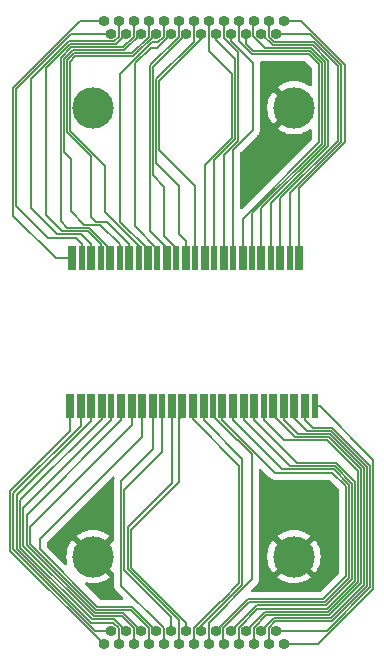
<source format=gbr>
%TF.GenerationSoftware,KiCad,Pcbnew,7.0.2*%
%TF.CreationDate,2023-09-29T19:09:54-06:00*%
%TF.ProjectId,micro-d-tes-aaray,6d696372-6f2d-4642-9d74-65732d616172,rev?*%
%TF.SameCoordinates,Original*%
%TF.FileFunction,Copper,L1,Top*%
%TF.FilePolarity,Positive*%
%FSLAX46Y46*%
G04 Gerber Fmt 4.6, Leading zero omitted, Abs format (unit mm)*
G04 Created by KiCad (PCBNEW 7.0.2) date 2023-09-29 19:09:54*
%MOMM*%
%LPD*%
G01*
G04 APERTURE LIST*
%TA.AperFunction,SMDPad,CuDef*%
%ADD10R,0.700000X2.000000*%
%TD*%
%TA.AperFunction,SMDPad,CuDef*%
%ADD11R,0.500000X2.000000*%
%TD*%
%TA.AperFunction,ComponentPad*%
%ADD12C,3.500000*%
%TD*%
%TA.AperFunction,ComponentPad*%
%ADD13O,0.920000X0.920000*%
%TD*%
%TA.AperFunction,Conductor*%
%ADD14C,0.200000*%
%TD*%
G04 APERTURE END LIST*
D10*
%TO.P,D25,1,Pin_1*%
%TO.N,Net-(D25-Pin_1)*%
X27200000Y-38000000D03*
%TD*%
%TO.P,D24,1,Pin_1*%
%TO.N,Net-(D24-Pin_1)*%
X25400000Y-38000000D03*
%TD*%
%TO.P,D22,1,Pin_1*%
%TO.N,Net-(D22-Pin_1)*%
X22000000Y-38000000D03*
%TD*%
%TO.P,D21,1,Pin_1*%
%TO.N,Net-(D21-Pin_1)*%
X20200000Y-38000000D03*
%TD*%
%TO.P,D20,1,Pin_1*%
%TO.N,Net-(D20-Pin_1)*%
X18600000Y-38000000D03*
%TD*%
%TO.P,D19,1,Pin_1*%
%TO.N,Net-(D19-Pin_1)*%
X16800000Y-38000000D03*
%TD*%
%TO.P,D17,1,Pin_1*%
%TO.N,Net-(D17-Pin_1)*%
X13400000Y-38000000D03*
%TD*%
%TO.P,D16,1,Pin_1*%
%TO.N,Net-(D16-Pin_1)*%
X11600000Y-38000000D03*
%TD*%
%TO.P,D15,1,Pin_1*%
%TO.N,Net-(D15-Pin_1)*%
X10000000Y-38000000D03*
%TD*%
%TO.P,D14,1,Pin_1*%
%TO.N,Net-(D14-Pin_1)*%
X8200000Y-38000000D03*
%TD*%
D11*
%TO.P,D13,1,Pin_1*%
%TO.N,Net-(D13-Pin_1)*%
X28000000Y-38000000D03*
%TD*%
%TO.P,D8,1,Pin_1*%
%TO.N,Net-(D8-Pin_1)*%
X19400000Y-38000000D03*
%TD*%
%TO.P,D3,1,Pin_1*%
%TO.N,Net-(D3-Pin_1)*%
X10800000Y-38000000D03*
%TD*%
%TO.P,J25,1,Pin_1*%
%TO.N,Net-(J25-Pin_1)*%
X8300000Y-25500000D03*
%TD*%
%TO.P,J24,1,Pin_1*%
%TO.N,Net-(J24-Pin_1)*%
X9900000Y-25500000D03*
%TD*%
%TO.P,J23,1,Pin_1*%
%TO.N,Net-(J23-Pin_1)*%
X11500000Y-25500000D03*
%TD*%
%TO.P,J22,1,Pin_1*%
%TO.N,Net-(J22-Pin_1)*%
X13100000Y-25500000D03*
%TD*%
%TO.P,J21,1,Pin_1*%
%TO.N,Net-(J21-Pin_1)*%
X14700000Y-25500000D03*
%TD*%
%TO.P,J20,1,Pin_1*%
%TO.N,Net-(J20-Pin_1)*%
X16300000Y-25500000D03*
%TD*%
%TO.P,J19,1,Pin_1*%
%TO.N,Net-(J19-Pin_1)*%
X17900000Y-25500000D03*
%TD*%
%TO.P,J18,1,Pin_1*%
%TO.N,Net-(J18-Pin_1)*%
X19500000Y-25500000D03*
%TD*%
%TO.P,J17,1,Pin_1*%
%TO.N,Net-(J17-Pin_1)*%
X21100000Y-25500000D03*
%TD*%
%TO.P,J16,1,Pin_1*%
%TO.N,Net-(J16-Pin_1)*%
X22700000Y-25500000D03*
%TD*%
%TO.P,J15,1,Pin_1*%
%TO.N,Net-(J15-Pin_1)*%
X24300000Y-25500000D03*
%TD*%
%TO.P,J14,1,Pin_1*%
%TO.N,Net-(J14-Pin_1)*%
X25900000Y-25500000D03*
%TD*%
D10*
%TO.P,J13,1,Pin_1*%
%TO.N,Net-(J13-Pin_1)*%
X7500000Y-25500000D03*
%TD*%
%TO.P,J12,1,Pin_1*%
%TO.N,Net-(J12-Pin_1)*%
X9100000Y-25500000D03*
%TD*%
%TO.P,J11,1,Pin_1*%
%TO.N,Net-(J11-Pin_1)*%
X10700000Y-25500000D03*
%TD*%
%TO.P,J10,1,Pin_1*%
%TO.N,Net-(J10-Pin_1)*%
X12300000Y-25500000D03*
%TD*%
%TO.P,J9,1,Pin_1*%
%TO.N,Net-(J9-Pin_1)*%
X13900000Y-25500000D03*
%TD*%
%TO.P,J8,1,Pin_1*%
%TO.N,Net-(J8-Pin_1)*%
X15500000Y-25500000D03*
%TD*%
%TO.P,J7,1,Pin_1*%
%TO.N,Net-(J7-Pin_1)*%
X17100000Y-25500000D03*
%TD*%
%TO.P,J6,1,Pin_1*%
%TO.N,Net-(J6-Pin_1)*%
X18700000Y-25500000D03*
%TD*%
%TO.P,J5,1,Pin_1*%
%TO.N,Net-(J5-Pin_1)*%
X20300000Y-25500000D03*
%TD*%
%TO.P,J4,1,Pin_1*%
%TO.N,Net-(J4-Pin_1)*%
X21900000Y-25500000D03*
%TD*%
%TO.P,J3,1,Pin_1*%
%TO.N,Net-(J3-Pin_1)*%
X23500000Y-25500000D03*
%TD*%
%TO.P,J2,1,Pin_1*%
%TO.N,Net-(J2-Pin_1)*%
X25100000Y-25500000D03*
%TD*%
%TO.P,J1,1,Pin_1*%
%TO.N,Net-(J1-Pin_1)*%
X26700000Y-25500000D03*
%TD*%
D11*
%TO.P,D23,1,Pin_1*%
%TO.N,Net-(D23-Pin_1)*%
X23700000Y-38000000D03*
%TD*%
%TO.P,D18,1,Pin_1*%
%TO.N,Net-(D18-Pin_1)*%
X15100000Y-38000000D03*
%TD*%
D10*
%TO.P,D12,1,Pin_1*%
%TO.N,Net-(D12-Pin_1)*%
X26300000Y-38000000D03*
%TD*%
%TO.P,D11,1,Pin_1*%
%TO.N,Net-(D11-Pin_1)*%
X24500000Y-38000000D03*
%TD*%
%TO.P,D10,1,Pin_1*%
%TO.N,Net-(D10-Pin_1)*%
X22900000Y-38000000D03*
%TD*%
%TO.P,D9,1,Pin_1*%
%TO.N,Net-(D9-Pin_1)*%
X21100000Y-38000000D03*
%TD*%
%TO.P,D7,1,Pin_1*%
%TO.N,Net-(D7-Pin_1)*%
X17700000Y-38000000D03*
%TD*%
%TO.P,D6,1,Pin_1*%
%TO.N,Net-(D6-Pin_1)*%
X15900000Y-38000000D03*
%TD*%
%TO.P,D5,1,Pin_1*%
%TO.N,Net-(D5-Pin_1)*%
X14300000Y-38000000D03*
%TD*%
%TO.P,D4,1,Pin_1*%
%TO.N,Net-(D4-Pin_1)*%
X12500000Y-38000000D03*
%TD*%
%TO.P,D2,1,Pin_1*%
%TO.N,Net-(D2-Pin_1)*%
X9100000Y-38000000D03*
%TD*%
%TO.P,D1,1,Pin_1*%
%TO.N,Net-(D1-Pin_1)*%
X7300000Y-38000000D03*
%TD*%
D12*
%TO.P,H1,1,1*%
%TO.N,GND*%
X9250000Y-50750000D03*
%TD*%
%TO.P,H4,1,1*%
%TO.N,GND*%
X9250000Y-12750000D03*
%TD*%
%TO.P,H3,1,1*%
%TO.N,GND*%
X26250000Y-50750000D03*
%TD*%
%TO.P,H2,1,1*%
%TO.N,GND*%
X26250000Y-12750000D03*
%TD*%
D13*
%TO.P,J99,1,1*%
%TO.N,Net-(J1-Pin_1)*%
X25370000Y-5374500D03*
%TO.P,J99,2,2*%
%TO.N,Net-(J2-Pin_1)*%
X24100000Y-5374500D03*
%TO.P,J99,3,3*%
%TO.N,Net-(J3-Pin_1)*%
X22830000Y-5374500D03*
%TO.P,J99,4,4*%
%TO.N,Net-(J4-Pin_1)*%
X21560000Y-5374500D03*
%TO.P,J99,5,5*%
%TO.N,Net-(J5-Pin_1)*%
X20290000Y-5374500D03*
%TO.P,J99,6,6*%
%TO.N,Net-(J6-Pin_1)*%
X19020000Y-5374500D03*
%TO.P,J99,7,7*%
%TO.N,Net-(J7-Pin_1)*%
X17750000Y-5374500D03*
%TO.P,J99,8,8*%
%TO.N,Net-(J8-Pin_1)*%
X16480000Y-5374500D03*
%TO.P,J99,9,9*%
%TO.N,Net-(J9-Pin_1)*%
X15210000Y-5374500D03*
%TO.P,J99,10,10*%
%TO.N,Net-(J10-Pin_1)*%
X13940000Y-5374500D03*
%TO.P,J99,11,11*%
%TO.N,Net-(J11-Pin_1)*%
X12670000Y-5374500D03*
%TO.P,J99,12,12*%
%TO.N,Net-(J12-Pin_1)*%
X11400000Y-5374500D03*
%TO.P,J99,13,13*%
%TO.N,Net-(J13-Pin_1)*%
X10130000Y-5374500D03*
%TO.P,J99,14,P14*%
%TO.N,Net-(J14-Pin_1)*%
X24735000Y-6474500D03*
%TO.P,J99,15,P15*%
%TO.N,Net-(J15-Pin_1)*%
X23465000Y-6474500D03*
%TO.P,J99,16,P16*%
%TO.N,Net-(J16-Pin_1)*%
X22195000Y-6474500D03*
%TO.P,J99,17,P17*%
%TO.N,Net-(J17-Pin_1)*%
X20925000Y-6474500D03*
%TO.P,J99,18,P18*%
%TO.N,Net-(J18-Pin_1)*%
X19655000Y-6474500D03*
%TO.P,J99,19,P19*%
%TO.N,Net-(J19-Pin_1)*%
X18385000Y-6474500D03*
%TO.P,J99,20,P20*%
%TO.N,Net-(J20-Pin_1)*%
X17115000Y-6474500D03*
%TO.P,J99,21,P21*%
%TO.N,Net-(J21-Pin_1)*%
X15845000Y-6474500D03*
%TO.P,J99,22,P22*%
%TO.N,Net-(J22-Pin_1)*%
X14575000Y-6474500D03*
%TO.P,J99,23,P23*%
%TO.N,Net-(J23-Pin_1)*%
X13305000Y-6474500D03*
%TO.P,J99,24,P24*%
%TO.N,Net-(J24-Pin_1)*%
X12035000Y-6474500D03*
%TO.P,J99,25,P25*%
%TO.N,Net-(J25-Pin_1)*%
X10765000Y-6474500D03*
%TD*%
%TO.P,J26,1,1*%
%TO.N,Net-(D1-Pin_1)*%
X10130000Y-58124500D03*
%TO.P,J26,2,2*%
%TO.N,Net-(D2-Pin_1)*%
X11400000Y-58124500D03*
%TO.P,J26,3,3*%
%TO.N,Net-(D3-Pin_1)*%
X12670000Y-58124500D03*
%TO.P,J26,4,4*%
%TO.N,Net-(D4-Pin_1)*%
X13940000Y-58124500D03*
%TO.P,J26,5,5*%
%TO.N,Net-(D5-Pin_1)*%
X15210000Y-58124500D03*
%TO.P,J26,6,6*%
%TO.N,Net-(D6-Pin_1)*%
X16480000Y-58124500D03*
%TO.P,J26,7,7*%
%TO.N,Net-(D7-Pin_1)*%
X17750000Y-58124500D03*
%TO.P,J26,8,8*%
%TO.N,Net-(D8-Pin_1)*%
X19020000Y-58124500D03*
%TO.P,J26,9,9*%
%TO.N,Net-(D9-Pin_1)*%
X20290000Y-58124500D03*
%TO.P,J26,10,10*%
%TO.N,Net-(D10-Pin_1)*%
X21560000Y-58124500D03*
%TO.P,J26,11,11*%
%TO.N,Net-(D11-Pin_1)*%
X22830000Y-58124500D03*
%TO.P,J26,12,12*%
%TO.N,Net-(D12-Pin_1)*%
X24100000Y-58124500D03*
%TO.P,J26,13,13*%
%TO.N,Net-(D13-Pin_1)*%
X25370000Y-58124500D03*
%TO.P,J26,14,P14*%
%TO.N,Net-(D14-Pin_1)*%
X10765000Y-57024500D03*
%TO.P,J26,15,P15*%
%TO.N,Net-(D15-Pin_1)*%
X12035000Y-57024500D03*
%TO.P,J26,16,P16*%
%TO.N,Net-(D16-Pin_1)*%
X13305000Y-57024500D03*
%TO.P,J26,17,P17*%
%TO.N,Net-(D17-Pin_1)*%
X14575000Y-57024500D03*
%TO.P,J26,18,P18*%
%TO.N,Net-(D18-Pin_1)*%
X15845000Y-57024500D03*
%TO.P,J26,19,P19*%
%TO.N,Net-(D19-Pin_1)*%
X17115000Y-57024500D03*
%TO.P,J26,20,P20*%
%TO.N,Net-(D20-Pin_1)*%
X18385000Y-57024500D03*
%TO.P,J26,21,P21*%
%TO.N,Net-(D21-Pin_1)*%
X19655000Y-57024500D03*
%TO.P,J26,22,P22*%
%TO.N,Net-(D22-Pin_1)*%
X20925000Y-57024500D03*
%TO.P,J26,23,P23*%
%TO.N,Net-(D23-Pin_1)*%
X22195000Y-57024500D03*
%TO.P,J26,24,P24*%
%TO.N,Net-(D24-Pin_1)*%
X23465000Y-57024500D03*
%TO.P,J26,25,P25*%
%TO.N,Net-(D25-Pin_1)*%
X24735000Y-57024500D03*
%TD*%
D14*
%TO.N,Net-(D1-Pin_1)*%
X7300000Y-40150000D02*
X2240000Y-45210000D01*
X2240000Y-45210000D02*
X2240000Y-50234500D01*
X7300000Y-38000000D02*
X7300000Y-40150000D01*
X2240000Y-50234500D02*
X10130000Y-58124500D01*
%TO.N,Net-(D14-Pin_1)*%
X8200000Y-39650000D02*
X2500000Y-45350000D01*
X8200000Y-38000000D02*
X8200000Y-39650000D01*
X2500000Y-50126804D02*
X2500000Y-45350000D01*
%TO.N,Net-(D2-Pin_1)*%
X9100000Y-39300000D02*
X2830000Y-45570000D01*
X9100000Y-38000000D02*
X9100000Y-39300000D01*
X2830000Y-50089108D02*
X2830000Y-45570000D01*
%TO.N,Net-(D15-Pin_1)*%
X3090000Y-45970000D02*
X10000000Y-39060000D01*
X10000000Y-39060000D02*
X10000000Y-38000000D01*
%TO.N,Net-(D3-Pin_1)*%
X10800000Y-39200000D02*
X10800000Y-38000000D01*
X3350000Y-49873716D02*
X3350000Y-46650000D01*
X3350000Y-46650000D02*
X10800000Y-39200000D01*
X9286284Y-55810000D02*
X3350000Y-49873716D01*
X11697313Y-55810000D02*
X9286284Y-55810000D01*
X12670000Y-56782687D02*
X11697313Y-55810000D01*
X12670000Y-58124500D02*
X12670000Y-56782687D01*
%TO.N,Net-(D16-Pin_1)*%
X11810500Y-55530000D02*
X13305000Y-57024500D01*
X9373980Y-55530000D02*
X11810500Y-55530000D01*
X3610000Y-47190000D02*
X3610000Y-49766020D01*
X11600000Y-39200000D02*
X3610000Y-47190000D01*
X3610000Y-49766020D02*
X9373980Y-55530000D01*
X11600000Y-38000000D02*
X11600000Y-39200000D01*
%TO.N,Net-(D4-Pin_1)*%
X12500000Y-38000000D02*
X12500000Y-39647696D01*
X12500000Y-39647696D02*
X5943848Y-46203848D01*
X5943848Y-46203848D02*
X3870000Y-48277696D01*
%TO.N,Net-(D17-Pin_1)*%
X4714686Y-50135314D02*
X4714686Y-49285314D01*
X12560500Y-55010000D02*
X9589372Y-55010000D01*
X9589372Y-55010000D02*
X4714686Y-50135314D01*
X4714686Y-49285314D02*
X13400000Y-40600000D01*
X14575000Y-57024500D02*
X12560500Y-55010000D01*
X13400000Y-40600000D02*
X13400000Y-38000000D01*
%TO.N,Net-(D5-Pin_1)*%
X14300000Y-41670000D02*
X14300000Y-38000000D01*
X11630000Y-44340000D02*
X14300000Y-41670000D01*
%TO.N,Net-(D18-Pin_1)*%
X15100000Y-41930000D02*
X15100000Y-38000000D01*
X11890000Y-45140000D02*
X15100000Y-41930000D01*
%TO.N,Net-(D6-Pin_1)*%
X15900000Y-44510000D02*
X12170000Y-48240000D01*
X15900000Y-38000000D02*
X15900000Y-44510000D01*
X12170000Y-51802304D02*
X12170000Y-48240000D01*
%TO.N,Net-(D19-Pin_1)*%
X16500000Y-39070000D02*
X16500000Y-44420000D01*
X16800000Y-38770000D02*
X16500000Y-39070000D01*
X16800000Y-38000000D02*
X16800000Y-38770000D01*
X12430000Y-48490000D02*
X16500000Y-44420000D01*
%TO.N,Net-(D7-Pin_1)*%
X17700000Y-39140000D02*
X21610000Y-43050000D01*
X17700000Y-38000000D02*
X17700000Y-39140000D01*
X21610000Y-53004608D02*
X21610000Y-48050000D01*
X21610000Y-43050000D02*
X21610000Y-48050000D01*
%TO.N,Net-(D20-Pin_1)*%
X18600000Y-39200000D02*
X18600000Y-38000000D01*
X21870000Y-42470000D02*
X18600000Y-39200000D01*
X21870000Y-46910000D02*
X21870000Y-42470000D01*
%TO.N,Net-(D8-Pin_1)*%
X21393848Y-40863848D02*
X19400000Y-38870000D01*
X22670000Y-42037696D02*
X21496152Y-40863848D01*
X19400000Y-38870000D02*
X19400000Y-38000000D01*
X22670000Y-52680000D02*
X22670000Y-42037696D01*
X19020000Y-56330000D02*
X22670000Y-52680000D01*
X21496152Y-40863848D02*
X21393848Y-40863848D01*
X19020000Y-58124500D02*
X19020000Y-56330000D01*
%TO.N,Net-(D21-Pin_1)*%
X20200000Y-39200000D02*
X20200000Y-38000000D01*
X24632697Y-43632697D02*
X20200000Y-39200000D01*
X30640000Y-52420000D02*
X30640000Y-44776176D01*
X28720000Y-54340000D02*
X30640000Y-52420000D01*
X30640000Y-44776176D02*
X29496521Y-43632697D01*
X22339501Y-54339999D02*
X28720000Y-54340000D01*
X19655000Y-57024500D02*
X22339501Y-54339999D01*
X29496521Y-43632697D02*
X24632697Y-43632697D01*
%TO.N,Net-(D9-Pin_1)*%
X20275000Y-56797687D02*
X20275000Y-58109500D01*
X30900000Y-52576128D02*
X28876128Y-54600000D01*
X22472687Y-54600000D02*
X20275000Y-56797687D01*
X25272697Y-43372697D02*
X29604217Y-43372697D01*
X29604217Y-43372697D02*
X30900000Y-44668480D01*
X21100000Y-39200000D02*
X25272697Y-43372697D01*
X20275000Y-58109500D02*
X20290000Y-58124500D01*
X30900000Y-44668480D02*
X30900000Y-52576128D01*
X28876128Y-54600000D02*
X22472687Y-54600000D01*
X21100000Y-38000000D02*
X21100000Y-39200000D01*
%TO.N,Net-(D22-Pin_1)*%
X25912697Y-43112697D02*
X26750000Y-43112697D01*
X22000000Y-39200000D02*
X25912697Y-43112697D01*
X22000000Y-38000000D02*
X22000000Y-39200000D01*
X26750000Y-43112697D02*
X27350000Y-43112697D01*
%TO.N,Net-(D10-Pin_1)*%
X26552697Y-42852697D02*
X28810000Y-42852697D01*
X22900000Y-38000000D02*
X22900000Y-39200000D01*
X28810000Y-42852697D02*
X28950000Y-42852697D01*
X22900000Y-39200000D02*
X26552697Y-42852697D01*
%TO.N,Net-(D23-Pin_1)*%
X31680000Y-43473088D02*
X31680000Y-44820000D01*
X29086912Y-40880000D02*
X31680000Y-43473088D01*
X25380000Y-40880000D02*
X29086912Y-40880000D01*
X23700000Y-39200000D02*
X25380000Y-40880000D01*
X23700000Y-38000000D02*
X23700000Y-39200000D01*
X31680000Y-44820000D02*
X31680000Y-52899216D01*
%TO.N,Net-(D11-Pin_1)*%
X24500000Y-38770000D02*
X24500000Y-38000000D01*
X31940000Y-53006912D02*
X31940000Y-43365392D01*
X23911536Y-55701151D02*
X29245761Y-55701151D01*
X29194608Y-40620000D02*
X26350000Y-40620000D01*
X26350000Y-40620000D02*
X24500000Y-38770000D01*
X22830000Y-56782687D02*
X23911536Y-55701151D01*
X22830000Y-58124500D02*
X22830000Y-56782687D01*
X29245761Y-55701151D02*
X31940000Y-53006912D01*
X31940000Y-43365392D02*
X29194608Y-40620000D01*
%TO.N,Net-(D24-Pin_1)*%
X24528348Y-55961152D02*
X23465000Y-57024500D01*
X32200000Y-53114608D02*
X29353456Y-55961152D01*
X29302304Y-40360000D02*
X32200000Y-43257696D01*
X26560000Y-40360000D02*
X29302304Y-40360000D01*
X32200000Y-43257696D02*
X32200000Y-53114608D01*
X29353456Y-55961152D02*
X24528348Y-55961152D01*
X25400000Y-39200000D02*
X26560000Y-40360000D01*
X25400000Y-38000000D02*
X25400000Y-39200000D01*
%TO.N,Net-(D12-Pin_1)*%
X26300000Y-39050000D02*
X26300000Y-38000000D01*
X32460000Y-43150000D02*
X29410000Y-40100000D01*
X32460000Y-53222304D02*
X32460000Y-43150000D01*
X24661535Y-56221152D02*
X29461152Y-56221152D01*
X29461152Y-56221152D02*
X32460000Y-53222304D01*
X24100000Y-58124500D02*
X24100000Y-56782687D01*
X24100000Y-56782687D02*
X24661535Y-56221152D01*
X29410000Y-40100000D02*
X27350000Y-40100000D01*
X27350000Y-40100000D02*
X26300000Y-39050000D01*
%TO.N,Net-(D13-Pin_1)*%
X32980000Y-42530000D02*
X32980000Y-53470000D01*
X28450000Y-38000000D02*
X32980000Y-42530000D01*
X28000000Y-38000000D02*
X28450000Y-38000000D01*
%TO.N,Net-(D25-Pin_1)*%
X27840000Y-39840000D02*
X27200000Y-39200000D01*
X29590000Y-39912304D02*
X29590000Y-39840000D01*
X29590000Y-39840000D02*
X27840000Y-39840000D01*
X27200000Y-39200000D02*
X27200000Y-38000000D01*
X32720000Y-43042304D02*
X29590000Y-39912304D01*
X32720000Y-53330000D02*
X32720000Y-43042304D01*
%TO.N,Net-(J1-Pin_1)*%
X26700000Y-19548088D02*
X30575000Y-15673088D01*
X26700000Y-25500000D02*
X26700000Y-19548088D01*
X30575000Y-15673088D02*
X30575000Y-9095000D01*
X26854500Y-5374500D02*
X30575000Y-9095000D01*
%TO.N,Net-(J14-Pin_1)*%
X27586804Y-6474500D02*
X24735000Y-6474500D01*
X30250000Y-9137696D02*
X27586804Y-6474500D01*
X30250000Y-15630392D02*
X30250000Y-9137696D01*
X25900000Y-19980392D02*
X30250000Y-15630392D01*
X25900000Y-25500000D02*
X25900000Y-19980392D01*
%TO.N,Net-(J2-Pin_1)*%
X29990000Y-15522696D02*
X29990000Y-15400000D01*
X25100000Y-20412696D02*
X29990000Y-15522696D01*
X25100000Y-25500000D02*
X25100000Y-20412696D01*
X29990000Y-15400000D02*
X29990000Y-9245392D01*
%TO.N,Net-(J15-Pin_1)*%
X27824608Y-7447696D02*
X24438196Y-7447696D01*
X29135000Y-8758088D02*
X27824608Y-7447696D01*
X24438196Y-7447696D02*
X23465000Y-6474500D01*
X24300000Y-20845000D02*
X29135000Y-16010000D01*
X29135000Y-16010000D02*
X29135000Y-8758088D01*
X24300000Y-25500000D02*
X24300000Y-20845000D01*
%TO.N,Net-(J3-Pin_1)*%
X28875000Y-15885000D02*
X23500000Y-21260000D01*
X23821383Y-7707696D02*
X27716912Y-7707696D01*
X27716912Y-7707696D02*
X28875000Y-8865784D01*
X23500000Y-21260000D02*
X23500000Y-25500000D01*
X22815000Y-6701313D02*
X23821383Y-7707696D01*
X22830000Y-5374500D02*
X22815000Y-5389500D01*
X22815000Y-5389500D02*
X22815000Y-6701313D01*
X28875000Y-8865784D02*
X28875000Y-15885000D01*
%TO.N,Net-(J16-Pin_1)*%
X22781383Y-7967696D02*
X22195000Y-7381313D01*
X27609216Y-7967696D02*
X22781383Y-7967696D01*
X28615000Y-8973480D02*
X27609216Y-7967696D01*
X22700000Y-21692304D02*
X28615000Y-15777304D01*
X28615000Y-15777304D02*
X28615000Y-8973480D01*
X22700000Y-25500000D02*
X22700000Y-21692304D01*
X22195000Y-7381313D02*
X22195000Y-6474500D01*
%TO.N,Net-(J4-Pin_1)*%
X21560000Y-7114009D02*
X21560000Y-5374500D01*
X22673688Y-8227697D02*
X21560000Y-7114009D01*
X28355000Y-9081176D02*
X27501520Y-8227696D01*
X27501520Y-8227696D02*
X22673688Y-8227697D01*
X21900000Y-22124608D02*
X28355000Y-15669608D01*
X21900000Y-25500000D02*
X21900000Y-22124608D01*
X28355000Y-15669608D02*
X28355000Y-9081176D01*
%TO.N,Net-(J17-Pin_1)*%
X22750000Y-14645392D02*
X22750000Y-8950038D01*
X21100000Y-16295392D02*
X22750000Y-14645392D01*
X21100000Y-25500000D02*
X21100000Y-16295392D01*
%TO.N,Net-(J5-Pin_1)*%
X20290000Y-6857734D02*
X20290000Y-5374500D01*
X20290000Y-24290000D02*
X20290000Y-16737696D01*
X20290000Y-16737696D02*
X21500000Y-15527696D01*
X20300000Y-24300000D02*
X20290000Y-24290000D01*
X21500000Y-15527696D02*
X21500000Y-8067734D01*
X21500000Y-8067734D02*
X20290000Y-6857734D01*
X20300000Y-25500000D02*
X20300000Y-24300000D01*
%TO.N,Net-(J18-Pin_1)*%
X21240000Y-8580000D02*
X19655000Y-6995000D01*
X21240000Y-15420000D02*
X21240000Y-8580000D01*
X19655000Y-6995000D02*
X19655000Y-6474500D01*
X19500000Y-25500000D02*
X19500000Y-17160000D01*
X19500000Y-17160000D02*
X21240000Y-15420000D01*
%TO.N,Net-(J6-Pin_1)*%
X20980000Y-9890000D02*
X19020000Y-7930000D01*
X20980000Y-15312304D02*
X20980000Y-9890000D01*
X19020000Y-7930000D02*
X19020000Y-5374500D01*
X18700000Y-17592304D02*
X20980000Y-15312304D01*
X18700000Y-25500000D02*
X18700000Y-17592304D01*
%TO.N,Net-(J19-Pin_1)*%
X14830000Y-10447696D02*
X18385000Y-6892696D01*
X18385000Y-6892696D02*
X18385000Y-6474500D01*
X14830000Y-16320000D02*
X14830000Y-10447696D01*
X17900000Y-19390000D02*
X14830000Y-16320000D01*
X17900000Y-25500000D02*
X17900000Y-19390000D01*
%TO.N,Net-(J7-Pin_1)*%
X16520000Y-23430000D02*
X17100000Y-24010000D01*
X17100000Y-24010000D02*
X17100000Y-25500000D01*
X14570000Y-17390000D02*
X16520000Y-19340000D01*
X17750000Y-7160000D02*
X14570000Y-10340000D01*
X16520000Y-19340000D02*
X16520000Y-23430000D01*
X17750000Y-5374500D02*
X17750000Y-7160000D01*
X14570000Y-10340000D02*
X14570000Y-17390000D01*
%TO.N,Net-(J20-Pin_1)*%
X14310000Y-9279500D02*
X17115000Y-6474500D01*
X15280000Y-19440000D02*
X14310000Y-18470000D01*
X15280000Y-23570000D02*
X15280000Y-19440000D01*
X14310000Y-18470000D02*
X14310000Y-9279500D01*
X16300000Y-25500000D02*
X16300000Y-24590000D01*
X16300000Y-24590000D02*
X15280000Y-23570000D01*
%TO.N,Net-(J8-Pin_1)*%
X16480000Y-6716313D02*
X16480000Y-5374500D01*
X14050000Y-23150000D02*
X14050000Y-9146313D01*
X14050000Y-9146313D02*
X16480000Y-6716313D01*
X15500000Y-24600000D02*
X14050000Y-23150000D01*
X15500000Y-25500000D02*
X15500000Y-24600000D01*
%TO.N,Net-(J21-Pin_1)*%
X14137446Y-7647446D02*
X14672054Y-7647446D01*
X12800000Y-8984892D02*
X14137446Y-7647446D01*
X14672054Y-7647446D02*
X15845000Y-6474500D01*
X12800000Y-22780000D02*
X12800000Y-8984892D01*
X14700000Y-24680000D02*
X12800000Y-22780000D01*
X14700000Y-25500000D02*
X14700000Y-24680000D01*
%TO.N,Net-(J9-Pin_1)*%
X15210000Y-6716313D02*
X15210000Y-5374500D01*
X11550000Y-22380000D02*
X11550000Y-9867196D01*
X11550000Y-9867196D02*
X14233598Y-7183598D01*
X14233598Y-7183598D02*
X14742715Y-7183598D01*
X13900000Y-24730000D02*
X11550000Y-22380000D01*
X14742715Y-7183598D02*
X15210000Y-6716313D01*
X13900000Y-25500000D02*
X13900000Y-24730000D01*
%TO.N,Net-(J22-Pin_1)*%
X10223848Y-21613848D02*
X10223848Y-21020000D01*
X13100000Y-24490000D02*
X10223848Y-21613848D01*
X13100000Y-25500000D02*
X13100000Y-24490000D01*
X10223848Y-17789632D02*
X10223848Y-21020000D01*
%TO.N,Net-(J10-Pin_1)*%
X13940000Y-6716313D02*
X13940000Y-5374500D01*
X12521367Y-8134946D02*
X13940000Y-6716313D01*
X7624946Y-8134946D02*
X12521367Y-8134946D01*
X7020000Y-8739892D02*
X7624946Y-8134946D01*
X9050000Y-16870000D02*
X7020000Y-14840000D01*
X9050000Y-21969999D02*
X9050000Y-16870000D01*
X7020000Y-14840000D02*
X7020000Y-8739892D01*
X10399999Y-22399999D02*
X9480000Y-22399999D01*
X9480000Y-22399999D02*
X9050000Y-21969999D01*
X12300000Y-24300000D02*
X10399999Y-22399999D01*
X12300000Y-25500000D02*
X12300000Y-24300000D01*
%TO.N,Net-(J23-Pin_1)*%
X11904999Y-7874501D02*
X13305000Y-6474500D01*
X7517696Y-7874500D02*
X11904999Y-7874501D01*
X6760000Y-16510000D02*
X6760000Y-8632196D01*
X7340000Y-17090000D02*
X6760000Y-16510000D01*
X8510000Y-22659999D02*
X7340000Y-21489999D01*
X9859999Y-22659999D02*
X8510000Y-22659999D01*
X7340000Y-21489999D02*
X7340000Y-17090000D01*
X6760000Y-8632196D02*
X7517696Y-7874500D01*
X11500000Y-25500000D02*
X11500000Y-24300000D01*
X11500000Y-24300000D02*
X9859999Y-22659999D01*
%TO.N,Net-(J11-Pin_1)*%
X10700000Y-24732304D02*
X10700000Y-25500000D01*
X7080000Y-22920000D02*
X8887696Y-22920000D01*
X8887696Y-22920000D02*
X10700000Y-24732304D01*
X7410000Y-7614500D02*
X6500000Y-8524500D01*
X6500000Y-22340000D02*
X7080000Y-22920000D01*
X11771812Y-7614501D02*
X7410000Y-7614500D01*
X12670000Y-6716313D02*
X11771812Y-7614501D01*
X12670000Y-5374500D02*
X12670000Y-6716313D01*
X6500000Y-8524500D02*
X6500000Y-22340000D01*
%TO.N,Net-(J24-Pin_1)*%
X5240000Y-21850000D02*
X5240000Y-9407696D01*
X6580000Y-23190000D02*
X5240000Y-21850000D01*
X5240000Y-9407696D02*
X7293196Y-7354500D01*
X11155000Y-7354500D02*
X12035000Y-6474500D01*
X8789999Y-23189999D02*
X6580000Y-23190000D01*
X9900000Y-25500000D02*
X9900000Y-24300000D01*
X9900000Y-24300000D02*
X8789999Y-23189999D01*
X7293196Y-7354500D02*
X11155000Y-7354500D01*
%TO.N,Net-(J12-Pin_1)*%
X11400000Y-6716313D02*
X11400000Y-5374500D01*
X11021813Y-7094500D02*
X11400000Y-6716313D01*
X7234500Y-7094500D02*
X11021813Y-7094500D01*
X7210000Y-7070000D02*
X7234500Y-7094500D01*
X6220000Y-23460000D02*
X3970000Y-21210000D01*
X3970000Y-10310000D02*
X7210000Y-7070000D01*
X8250000Y-23450000D02*
X6230000Y-23450000D01*
X6230000Y-23450000D02*
X6220000Y-23460000D01*
X9100000Y-25500000D02*
X9100000Y-24300000D01*
X9100000Y-24300000D02*
X8250000Y-23450000D01*
X3970000Y-21210000D02*
X3970000Y-10310000D01*
%TO.N,Net-(J25-Pin_1)*%
X7415500Y-6474500D02*
X10765000Y-6474500D01*
X2720000Y-11170000D02*
X7415500Y-6474500D01*
X2720000Y-21080000D02*
X2720000Y-11170000D01*
X7810000Y-23810000D02*
X5450000Y-23810000D01*
X8300000Y-24300000D02*
X7810000Y-23810000D01*
X8300000Y-25500000D02*
X8300000Y-24300000D01*
X5450000Y-23810000D02*
X2720000Y-21080000D01*
%TO.N,Net-(J13-Pin_1)*%
X6090000Y-25500000D02*
X7500000Y-25500000D01*
X2459999Y-11062305D02*
X2460000Y-21870000D01*
X8147804Y-5374500D02*
X2459999Y-11062305D01*
X10130000Y-5374500D02*
X8147804Y-5374500D01*
X2460000Y-21870000D02*
X6090000Y-25500000D01*
%TO.N,Net-(D13-Pin_1)*%
X28325500Y-58124500D02*
X25370000Y-58124500D01*
X32980000Y-53470000D02*
X28325500Y-58124500D01*
%TO.N,Net-(D23-Pin_1)*%
X23779500Y-55440000D02*
X22195000Y-57024500D01*
X29139216Y-55440000D02*
X23779500Y-55440000D01*
X31680000Y-52899216D02*
X29139216Y-55440000D01*
%TO.N,Net-(D10-Pin_1)*%
X28950000Y-42852697D02*
X29819609Y-42852697D01*
%TO.N,Net-(D22-Pin_1)*%
X29711913Y-43112697D02*
X27350000Y-43112697D01*
%TO.N,Net-(D7-Pin_1)*%
X20137304Y-54477304D02*
X21610000Y-53004608D01*
X20055383Y-54477304D02*
X20137304Y-54477304D01*
X17750000Y-56782687D02*
X20055383Y-54477304D01*
X17750000Y-58124500D02*
X17750000Y-56782687D01*
%TO.N,Net-(D6-Pin_1)*%
X16480000Y-56112304D02*
X12170000Y-51802304D01*
X16480000Y-58124500D02*
X16480000Y-56112304D01*
%TO.N,Net-(D18-Pin_1)*%
X11890000Y-51890000D02*
X11890000Y-45140000D01*
X15845000Y-55845000D02*
X11890000Y-51890000D01*
X15845000Y-57024500D02*
X15845000Y-55845000D01*
%TO.N,Net-(D5-Pin_1)*%
X11630000Y-53202687D02*
X11630000Y-44340000D01*
X15210000Y-56782687D02*
X11630000Y-53202687D01*
X15210000Y-58124500D02*
X15210000Y-56782687D01*
%TO.N,Net-(D4-Pin_1)*%
X13940000Y-56782687D02*
X13940000Y-58124500D01*
X12427313Y-55270000D02*
X13940000Y-56782687D01*
X9481676Y-55270000D02*
X12427313Y-55270000D01*
X3870000Y-49658324D02*
X9481676Y-55270000D01*
X3870000Y-48277696D02*
X3870000Y-49658324D01*
%TO.N,Net-(D2-Pin_1)*%
X10951867Y-56334554D02*
X9075446Y-56334554D01*
X11400000Y-56782687D02*
X10951867Y-56334554D01*
X11400000Y-58124500D02*
X11400000Y-56782687D01*
X9075446Y-56334554D02*
X2830000Y-50089108D01*
%TO.N,Net-(D14-Pin_1)*%
X9397696Y-57024500D02*
X2500000Y-50126804D01*
X10765000Y-57024500D02*
X9397696Y-57024500D01*
%TO.N,Net-(J22-Pin_1)*%
X10223848Y-17676152D02*
X10223848Y-17789632D01*
X10223848Y-17676152D02*
X7280000Y-14732304D01*
%TO.N,Net-(J17-Pin_1)*%
X20925000Y-7125038D02*
X22750000Y-8950038D01*
X20925000Y-6474500D02*
X20925000Y-7125038D01*
%TO.N,Net-(J1-Pin_1)*%
X25370000Y-5374500D02*
X26854500Y-5374500D01*
%TO.N,Net-(D10-Pin_1)*%
X31420000Y-44453088D02*
X31420000Y-52791520D01*
X31420000Y-52791520D02*
X29031520Y-55180000D01*
X29819609Y-42852697D02*
X31420000Y-44453088D01*
X21560000Y-56782687D02*
X21560000Y-58124500D01*
X23162687Y-55180000D02*
X21560000Y-56782687D01*
X29031520Y-55180000D02*
X23162687Y-55180000D01*
%TO.N,Net-(D15-Pin_1)*%
X12009509Y-57024500D02*
X11055009Y-56070000D01*
X3090000Y-49981412D02*
X3090000Y-45970000D01*
X12035000Y-57024500D02*
X12009509Y-57024500D01*
X11055009Y-56070000D02*
X9178588Y-56070000D01*
X9178588Y-56070000D02*
X3090000Y-49981412D01*
%TO.N,Net-(D19-Pin_1)*%
X17115000Y-56379608D02*
X12430000Y-51694608D01*
X17115000Y-57024500D02*
X17115000Y-56379608D01*
X12430000Y-51694608D02*
X12430000Y-48490000D01*
%TO.N,Net-(D20-Pin_1)*%
X18385000Y-56597304D02*
X18385000Y-57024500D01*
X21870000Y-53112304D02*
X18385000Y-56597304D01*
X21870000Y-46910000D02*
X21870000Y-53112304D01*
%TO.N,Net-(D22-Pin_1)*%
X20950491Y-57024500D02*
X23114991Y-54860000D01*
X31160000Y-44560784D02*
X29711913Y-43112697D01*
X28983824Y-54860000D02*
X31160000Y-52683824D01*
X31160000Y-52683824D02*
X31160000Y-44560784D01*
X23114991Y-54860000D02*
X28983824Y-54860000D01*
X20925000Y-57024500D02*
X20950491Y-57024500D01*
%TO.N,Net-(D25-Pin_1)*%
X24735000Y-57024500D02*
X29025500Y-57024500D01*
X29025500Y-57024500D02*
X32720000Y-53330000D01*
%TO.N,Net-(J22-Pin_1)*%
X12654554Y-8394946D02*
X14575000Y-6474500D01*
X7280000Y-14732304D02*
X7280000Y-8847588D01*
X7732642Y-8394946D02*
X12654554Y-8394946D01*
X7280000Y-8847588D02*
X7732642Y-8394946D01*
%TO.N,Net-(J2-Pin_1)*%
X29990000Y-9245392D02*
X27932304Y-7187696D01*
X27932304Y-7187696D02*
X24571383Y-7187696D01*
X24100000Y-6716313D02*
X24100000Y-5374500D01*
X24571383Y-7187696D02*
X24100000Y-6716313D01*
%TD*%
%TA.AperFunction,Conductor*%
%TO.N,GND*%
G36*
X11003133Y-43948615D02*
G01*
X11059066Y-43990487D01*
X11083483Y-44055951D01*
X11074360Y-44112249D01*
X11044956Y-44183237D01*
X11024317Y-44339999D01*
X11028439Y-44371301D01*
X11029500Y-44387487D01*
X11029500Y-49272689D01*
X11009815Y-49339728D01*
X10993181Y-49360370D01*
X10220560Y-50132991D01*
X10171652Y-50054001D01*
X10028069Y-49896499D01*
X9869610Y-49776835D01*
X10656039Y-48990406D01*
X10656039Y-48990405D01*
X10625708Y-48963805D01*
X10619271Y-48958866D01*
X10380788Y-48799516D01*
X10373774Y-48795466D01*
X10116528Y-48668607D01*
X10109038Y-48665505D01*
X9837436Y-48573307D01*
X9829608Y-48571210D01*
X9548293Y-48515253D01*
X9540271Y-48514197D01*
X9254043Y-48495437D01*
X9245957Y-48495437D01*
X8959728Y-48514197D01*
X8951706Y-48515253D01*
X8670391Y-48571210D01*
X8662563Y-48573307D01*
X8390961Y-48665505D01*
X8383471Y-48668607D01*
X8126225Y-48795466D01*
X8119211Y-48799516D01*
X7880723Y-48958869D01*
X7874295Y-48963801D01*
X7843958Y-48990405D01*
X7843958Y-48990406D01*
X8630388Y-49776836D01*
X8471931Y-49896499D01*
X8328348Y-50054001D01*
X8279439Y-50132991D01*
X7490406Y-49343958D01*
X7490405Y-49343958D01*
X7463801Y-49374295D01*
X7458869Y-49380723D01*
X7299516Y-49619211D01*
X7295466Y-49626225D01*
X7168607Y-49883471D01*
X7165505Y-49890961D01*
X7073307Y-50162563D01*
X7071210Y-50170391D01*
X7015253Y-50451706D01*
X7014197Y-50459728D01*
X6995437Y-50745956D01*
X6995437Y-50754043D01*
X7014197Y-51040271D01*
X7015253Y-51048294D01*
X7069180Y-51319403D01*
X7062953Y-51388995D01*
X7020090Y-51444172D01*
X6954200Y-51467416D01*
X6886203Y-51451348D01*
X6859882Y-51431275D01*
X5351505Y-49922898D01*
X5318020Y-49861575D01*
X5315186Y-49835217D01*
X5315186Y-49585411D01*
X5334871Y-49518372D01*
X5351505Y-49497730D01*
X8078333Y-46770902D01*
X10872120Y-43977114D01*
X10933441Y-43943631D01*
X11003133Y-43948615D01*
G37*
%TD.AperFunction*%
%TA.AperFunction,Conductor*%
G36*
X10993181Y-52139628D02*
G01*
X11026666Y-52200951D01*
X11029500Y-52227309D01*
X11029500Y-53155198D01*
X11028439Y-53171383D01*
X11024317Y-53202686D01*
X11029500Y-53242047D01*
X11044956Y-53359449D01*
X11105463Y-53505527D01*
X11201716Y-53630968D01*
X11226768Y-53650190D01*
X11238964Y-53660886D01*
X11775897Y-54197819D01*
X11809382Y-54259142D01*
X11804398Y-54328834D01*
X11762526Y-54384767D01*
X11697062Y-54409184D01*
X11688216Y-54409500D01*
X9889469Y-54409500D01*
X9822430Y-54389815D01*
X9801788Y-54373181D01*
X8568724Y-53140117D01*
X8535239Y-53078794D01*
X8540223Y-53009102D01*
X8582095Y-52953169D01*
X8647559Y-52928752D01*
X8680596Y-52930819D01*
X8951706Y-52984746D01*
X8959728Y-52985802D01*
X9245957Y-53004563D01*
X9254043Y-53004563D01*
X9540271Y-52985802D01*
X9548293Y-52984746D01*
X9829608Y-52928789D01*
X9837436Y-52926692D01*
X10109038Y-52834494D01*
X10116528Y-52831392D01*
X10373774Y-52704533D01*
X10380788Y-52700483D01*
X10619273Y-52541132D01*
X10625698Y-52536201D01*
X10656040Y-52509592D01*
X9869611Y-51723163D01*
X10028069Y-51603501D01*
X10171652Y-51445999D01*
X10220560Y-51367007D01*
X10993181Y-52139628D01*
G37*
%TD.AperFunction*%
%TA.AperFunction,Conductor*%
G36*
X23475703Y-43325384D02*
G01*
X23482181Y-43331416D01*
X24174496Y-44023731D01*
X24185191Y-44035926D01*
X24204414Y-44060979D01*
X24297625Y-44132501D01*
X24297626Y-44132502D01*
X24329856Y-44157233D01*
X24475935Y-44217741D01*
X24601395Y-44234258D01*
X24632696Y-44238379D01*
X24632696Y-44238378D01*
X24632697Y-44238379D01*
X24663999Y-44234257D01*
X24680184Y-44233197D01*
X29196424Y-44233197D01*
X29263463Y-44252882D01*
X29284104Y-44269515D01*
X30003182Y-44988593D01*
X30036666Y-45049914D01*
X30039500Y-45076272D01*
X30039499Y-52119902D01*
X30019814Y-52186941D01*
X30003180Y-52207583D01*
X28507584Y-53703180D01*
X28446261Y-53736665D01*
X28419903Y-53739499D01*
X22759097Y-53739499D01*
X22692058Y-53719814D01*
X22646303Y-53667010D01*
X22636359Y-53597852D01*
X22665384Y-53534296D01*
X22671416Y-53527818D01*
X22839785Y-53359449D01*
X23061043Y-53138190D01*
X23073223Y-53127509D01*
X23098282Y-53108282D01*
X23194536Y-52982841D01*
X23255044Y-52836762D01*
X23258638Y-52809463D01*
X23275683Y-52680000D01*
X23271561Y-52648689D01*
X23270500Y-52632504D01*
X23270500Y-50754043D01*
X23995437Y-50754043D01*
X24014197Y-51040271D01*
X24015253Y-51048293D01*
X24071210Y-51329608D01*
X24073307Y-51337436D01*
X24165505Y-51609038D01*
X24168607Y-51616528D01*
X24295466Y-51873774D01*
X24299516Y-51880788D01*
X24458866Y-52119271D01*
X24463805Y-52125708D01*
X24490405Y-52156039D01*
X24490406Y-52156039D01*
X25279438Y-51367007D01*
X25328348Y-51445999D01*
X25471931Y-51603501D01*
X25630388Y-51723163D01*
X24843959Y-52509592D01*
X24843959Y-52509593D01*
X24874291Y-52536194D01*
X24880728Y-52541133D01*
X25119211Y-52700483D01*
X25126225Y-52704533D01*
X25383471Y-52831392D01*
X25390961Y-52834494D01*
X25662563Y-52926692D01*
X25670391Y-52928789D01*
X25951706Y-52984746D01*
X25959728Y-52985802D01*
X26245957Y-53004563D01*
X26254043Y-53004563D01*
X26540271Y-52985802D01*
X26548293Y-52984746D01*
X26829608Y-52928789D01*
X26837436Y-52926692D01*
X27109038Y-52834494D01*
X27116528Y-52831392D01*
X27373774Y-52704533D01*
X27380788Y-52700483D01*
X27619273Y-52541132D01*
X27625698Y-52536201D01*
X27656040Y-52509592D01*
X26869611Y-51723163D01*
X27028069Y-51603501D01*
X27171652Y-51445999D01*
X27220560Y-51367008D01*
X28009592Y-52156040D01*
X28036201Y-52125698D01*
X28041132Y-52119273D01*
X28200483Y-51880788D01*
X28204533Y-51873774D01*
X28331392Y-51616528D01*
X28334494Y-51609038D01*
X28426692Y-51337436D01*
X28428789Y-51329608D01*
X28484746Y-51048293D01*
X28485802Y-51040271D01*
X28504563Y-50754043D01*
X28504563Y-50745956D01*
X28485802Y-50459728D01*
X28484746Y-50451706D01*
X28428789Y-50170391D01*
X28426692Y-50162563D01*
X28334494Y-49890961D01*
X28331392Y-49883471D01*
X28204533Y-49626225D01*
X28200483Y-49619211D01*
X28041133Y-49380728D01*
X28036194Y-49374291D01*
X28009592Y-49343959D01*
X27220560Y-50132991D01*
X27171652Y-50054001D01*
X27028069Y-49896499D01*
X26869610Y-49776835D01*
X27656039Y-48990406D01*
X27656039Y-48990405D01*
X27625708Y-48963805D01*
X27619271Y-48958866D01*
X27380788Y-48799516D01*
X27373774Y-48795466D01*
X27116528Y-48668607D01*
X27109038Y-48665505D01*
X26837436Y-48573307D01*
X26829608Y-48571210D01*
X26548293Y-48515253D01*
X26540271Y-48514197D01*
X26254043Y-48495437D01*
X26245957Y-48495437D01*
X25959728Y-48514197D01*
X25951706Y-48515253D01*
X25670391Y-48571210D01*
X25662563Y-48573307D01*
X25390961Y-48665505D01*
X25383471Y-48668607D01*
X25126225Y-48795466D01*
X25119211Y-48799516D01*
X24880723Y-48958869D01*
X24874295Y-48963801D01*
X24843958Y-48990405D01*
X24843958Y-48990406D01*
X25630388Y-49776836D01*
X25471931Y-49896499D01*
X25328348Y-50054001D01*
X25279439Y-50132991D01*
X24490406Y-49343958D01*
X24490405Y-49343958D01*
X24463801Y-49374295D01*
X24458869Y-49380723D01*
X24299516Y-49619211D01*
X24295466Y-49626225D01*
X24168607Y-49883471D01*
X24165505Y-49890961D01*
X24073307Y-50162563D01*
X24071210Y-50170391D01*
X24015253Y-50451706D01*
X24014197Y-50459728D01*
X23995437Y-50745956D01*
X23995437Y-50754043D01*
X23270500Y-50754043D01*
X23270500Y-43419097D01*
X23290185Y-43352058D01*
X23342989Y-43306303D01*
X23412147Y-43296359D01*
X23475703Y-43325384D01*
G37*
%TD.AperFunction*%
%TA.AperFunction,Conductor*%
G36*
X27268462Y-8847881D02*
G01*
X27289104Y-8864515D01*
X27718180Y-9293591D01*
X27751665Y-9354914D01*
X27754499Y-9381272D01*
X27754499Y-10817234D01*
X27734814Y-10884273D01*
X27682010Y-10930028D01*
X27612852Y-10939972D01*
X27561608Y-10920336D01*
X27380788Y-10799516D01*
X27373774Y-10795466D01*
X27116528Y-10668607D01*
X27109038Y-10665505D01*
X26837436Y-10573307D01*
X26829608Y-10571210D01*
X26548293Y-10515253D01*
X26540271Y-10514197D01*
X26254043Y-10495437D01*
X26245957Y-10495437D01*
X25959728Y-10514197D01*
X25951706Y-10515253D01*
X25670391Y-10571210D01*
X25662563Y-10573307D01*
X25390961Y-10665505D01*
X25383471Y-10668607D01*
X25126225Y-10795466D01*
X25119211Y-10799516D01*
X24880723Y-10958869D01*
X24874295Y-10963801D01*
X24843958Y-10990405D01*
X24843958Y-10990406D01*
X25630388Y-11776836D01*
X25471931Y-11896499D01*
X25328348Y-12054001D01*
X25279439Y-12132991D01*
X24490406Y-11343958D01*
X24490405Y-11343958D01*
X24463801Y-11374295D01*
X24458869Y-11380723D01*
X24299516Y-11619211D01*
X24295466Y-11626225D01*
X24168607Y-11883471D01*
X24165505Y-11890961D01*
X24073307Y-12162563D01*
X24071210Y-12170391D01*
X24015253Y-12451706D01*
X24014197Y-12459728D01*
X23995437Y-12745956D01*
X23995437Y-12754043D01*
X24014197Y-13040271D01*
X24015253Y-13048293D01*
X24071210Y-13329608D01*
X24073307Y-13337436D01*
X24165505Y-13609038D01*
X24168607Y-13616528D01*
X24295466Y-13873774D01*
X24299516Y-13880788D01*
X24458866Y-14119271D01*
X24463805Y-14125708D01*
X24490405Y-14156039D01*
X24490406Y-14156039D01*
X25279438Y-13367007D01*
X25328348Y-13445999D01*
X25471931Y-13603501D01*
X25630387Y-13723163D01*
X24843959Y-14509592D01*
X24843959Y-14509593D01*
X24874291Y-14536194D01*
X24880728Y-14541133D01*
X25119211Y-14700483D01*
X25126225Y-14704533D01*
X25383471Y-14831392D01*
X25390961Y-14834494D01*
X25662563Y-14926692D01*
X25670391Y-14928789D01*
X25951706Y-14984746D01*
X25959728Y-14985802D01*
X26245957Y-15004563D01*
X26254043Y-15004563D01*
X26540271Y-14985802D01*
X26548293Y-14984746D01*
X26829608Y-14928789D01*
X26837436Y-14926692D01*
X27109038Y-14834494D01*
X27116528Y-14831392D01*
X27373774Y-14704533D01*
X27380788Y-14700483D01*
X27561608Y-14579663D01*
X27628285Y-14558785D01*
X27695666Y-14577269D01*
X27742356Y-14629248D01*
X27754499Y-14682765D01*
X27754499Y-15369510D01*
X27734814Y-15436549D01*
X27718180Y-15457191D01*
X21912181Y-21263190D01*
X21850858Y-21296675D01*
X21781166Y-21291691D01*
X21725233Y-21249819D01*
X21700816Y-21184355D01*
X21700500Y-21175509D01*
X21700500Y-19459735D01*
X21700500Y-16595484D01*
X21720184Y-16528449D01*
X21736809Y-16507817D01*
X23141043Y-15103582D01*
X23153223Y-15092901D01*
X23178282Y-15073674D01*
X23274536Y-14948233D01*
X23335044Y-14802154D01*
X23350500Y-14684753D01*
X23355682Y-14645392D01*
X23351561Y-14614088D01*
X23350500Y-14597903D01*
X23350500Y-8997525D01*
X23351561Y-8981339D01*
X23357529Y-8936010D01*
X23385796Y-8872114D01*
X23444121Y-8833643D01*
X23480468Y-8828196D01*
X27201423Y-8828196D01*
X27268462Y-8847881D01*
G37*
%TD.AperFunction*%
%TD*%
M02*

</source>
